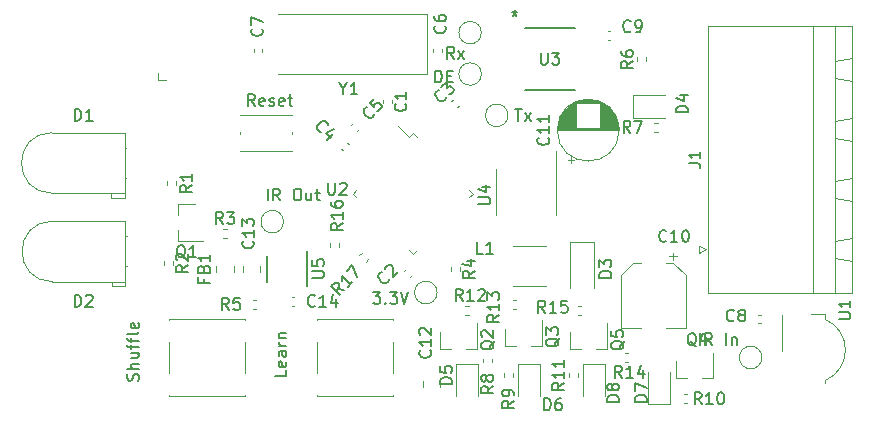
<source format=gbr>
%TF.GenerationSoftware,KiCad,Pcbnew,(5.1.5-0-10_14)*%
%TF.CreationDate,2022-05-02T16:57:52+02:00*%
%TF.ProjectId,PongoIR,506f6e67-6f49-4522-9e6b-696361645f70,rev?*%
%TF.SameCoordinates,Original*%
%TF.FileFunction,Legend,Top*%
%TF.FilePolarity,Positive*%
%FSLAX46Y46*%
G04 Gerber Fmt 4.6, Leading zero omitted, Abs format (unit mm)*
G04 Created by KiCad (PCBNEW (5.1.5-0-10_14)) date 2022-05-02 16:57:52*
%MOMM*%
%LPD*%
G04 APERTURE LIST*
%ADD10C,0.120000*%
%ADD11C,0.150000*%
%ADD12C,0.152400*%
G04 APERTURE END LIST*
D10*
%TO.C,Q1*%
X153740000Y-99220000D02*
X155200000Y-99220000D01*
X153740000Y-102380000D02*
X155900000Y-102380000D01*
X153740000Y-102380000D02*
X153740000Y-101450000D01*
X153740000Y-99220000D02*
X153740000Y-100150000D01*
%TO.C,R6*%
X193380000Y-87153641D02*
X193380000Y-86846359D01*
X192620000Y-87153641D02*
X192620000Y-86846359D01*
%TO.C,C3*%
X177580810Y-90928307D02*
X177428307Y-91080810D01*
X177071693Y-90419190D02*
X176919190Y-90571693D01*
%TO.C,R17*%
X169122659Y-103589940D02*
X169339940Y-103372659D01*
X169660060Y-104127341D02*
X169877341Y-103910060D01*
%TO.C,R16*%
X167380000Y-102596359D02*
X167380000Y-102903641D01*
X166620000Y-102596359D02*
X166620000Y-102903641D01*
D11*
%TO.C,U5*%
X161300000Y-105850000D02*
X161300000Y-103650000D01*
X164700000Y-106225000D02*
X164700000Y-103275000D01*
D10*
%TO.C,FB1*%
X157015000Y-104522936D02*
X157015000Y-104977064D01*
X158485000Y-104522936D02*
X158485000Y-104977064D01*
%TO.C,C14*%
X163607836Y-107140000D02*
X163392164Y-107140000D01*
X163607836Y-107860000D02*
X163392164Y-107860000D01*
%TO.C,C13*%
X159265000Y-104488748D02*
X159265000Y-105011252D01*
X160735000Y-104488748D02*
X160735000Y-105011252D01*
%TO.C,L1*%
X184886252Y-106210000D02*
X182113748Y-106210000D01*
X184886252Y-102790000D02*
X182113748Y-102790000D01*
%TO.C,D3*%
X189000000Y-102500000D02*
X187000000Y-102500000D01*
X187000000Y-102500000D02*
X187000000Y-106400000D01*
X189000000Y-102500000D02*
X189000000Y-106400000D01*
%TO.C,C11*%
X191120000Y-93000000D02*
G75*
G03X191120000Y-93000000I-2620000J0D01*
G01*
X185920000Y-93000000D02*
X191080000Y-93000000D01*
X185920000Y-92960000D02*
X191080000Y-92960000D01*
X185921000Y-92920000D02*
X191079000Y-92920000D01*
X185922000Y-92880000D02*
X191078000Y-92880000D01*
X185924000Y-92840000D02*
X191076000Y-92840000D01*
X185927000Y-92800000D02*
X191073000Y-92800000D01*
X185931000Y-92760000D02*
X187460000Y-92760000D01*
X189540000Y-92760000D02*
X191069000Y-92760000D01*
X185935000Y-92720000D02*
X187460000Y-92720000D01*
X189540000Y-92720000D02*
X191065000Y-92720000D01*
X185939000Y-92680000D02*
X187460000Y-92680000D01*
X189540000Y-92680000D02*
X191061000Y-92680000D01*
X185944000Y-92640000D02*
X187460000Y-92640000D01*
X189540000Y-92640000D02*
X191056000Y-92640000D01*
X185950000Y-92600000D02*
X187460000Y-92600000D01*
X189540000Y-92600000D02*
X191050000Y-92600000D01*
X185957000Y-92560000D02*
X187460000Y-92560000D01*
X189540000Y-92560000D02*
X191043000Y-92560000D01*
X185964000Y-92520000D02*
X187460000Y-92520000D01*
X189540000Y-92520000D02*
X191036000Y-92520000D01*
X185972000Y-92480000D02*
X187460000Y-92480000D01*
X189540000Y-92480000D02*
X191028000Y-92480000D01*
X185980000Y-92440000D02*
X187460000Y-92440000D01*
X189540000Y-92440000D02*
X191020000Y-92440000D01*
X185989000Y-92400000D02*
X187460000Y-92400000D01*
X189540000Y-92400000D02*
X191011000Y-92400000D01*
X185999000Y-92360000D02*
X187460000Y-92360000D01*
X189540000Y-92360000D02*
X191001000Y-92360000D01*
X186009000Y-92320000D02*
X187460000Y-92320000D01*
X189540000Y-92320000D02*
X190991000Y-92320000D01*
X186020000Y-92279000D02*
X187460000Y-92279000D01*
X189540000Y-92279000D02*
X190980000Y-92279000D01*
X186032000Y-92239000D02*
X187460000Y-92239000D01*
X189540000Y-92239000D02*
X190968000Y-92239000D01*
X186045000Y-92199000D02*
X187460000Y-92199000D01*
X189540000Y-92199000D02*
X190955000Y-92199000D01*
X186058000Y-92159000D02*
X187460000Y-92159000D01*
X189540000Y-92159000D02*
X190942000Y-92159000D01*
X186072000Y-92119000D02*
X187460000Y-92119000D01*
X189540000Y-92119000D02*
X190928000Y-92119000D01*
X186086000Y-92079000D02*
X187460000Y-92079000D01*
X189540000Y-92079000D02*
X190914000Y-92079000D01*
X186102000Y-92039000D02*
X187460000Y-92039000D01*
X189540000Y-92039000D02*
X190898000Y-92039000D01*
X186118000Y-91999000D02*
X187460000Y-91999000D01*
X189540000Y-91999000D02*
X190882000Y-91999000D01*
X186135000Y-91959000D02*
X187460000Y-91959000D01*
X189540000Y-91959000D02*
X190865000Y-91959000D01*
X186152000Y-91919000D02*
X187460000Y-91919000D01*
X189540000Y-91919000D02*
X190848000Y-91919000D01*
X186171000Y-91879000D02*
X187460000Y-91879000D01*
X189540000Y-91879000D02*
X190829000Y-91879000D01*
X186190000Y-91839000D02*
X187460000Y-91839000D01*
X189540000Y-91839000D02*
X190810000Y-91839000D01*
X186210000Y-91799000D02*
X187460000Y-91799000D01*
X189540000Y-91799000D02*
X190790000Y-91799000D01*
X186232000Y-91759000D02*
X187460000Y-91759000D01*
X189540000Y-91759000D02*
X190768000Y-91759000D01*
X186253000Y-91719000D02*
X187460000Y-91719000D01*
X189540000Y-91719000D02*
X190747000Y-91719000D01*
X186276000Y-91679000D02*
X187460000Y-91679000D01*
X189540000Y-91679000D02*
X190724000Y-91679000D01*
X186300000Y-91639000D02*
X187460000Y-91639000D01*
X189540000Y-91639000D02*
X190700000Y-91639000D01*
X186325000Y-91599000D02*
X187460000Y-91599000D01*
X189540000Y-91599000D02*
X190675000Y-91599000D01*
X186351000Y-91559000D02*
X187460000Y-91559000D01*
X189540000Y-91559000D02*
X190649000Y-91559000D01*
X186378000Y-91519000D02*
X187460000Y-91519000D01*
X189540000Y-91519000D02*
X190622000Y-91519000D01*
X186405000Y-91479000D02*
X187460000Y-91479000D01*
X189540000Y-91479000D02*
X190595000Y-91479000D01*
X186435000Y-91439000D02*
X187460000Y-91439000D01*
X189540000Y-91439000D02*
X190565000Y-91439000D01*
X186465000Y-91399000D02*
X187460000Y-91399000D01*
X189540000Y-91399000D02*
X190535000Y-91399000D01*
X186496000Y-91359000D02*
X187460000Y-91359000D01*
X189540000Y-91359000D02*
X190504000Y-91359000D01*
X186529000Y-91319000D02*
X187460000Y-91319000D01*
X189540000Y-91319000D02*
X190471000Y-91319000D01*
X186563000Y-91279000D02*
X187460000Y-91279000D01*
X189540000Y-91279000D02*
X190437000Y-91279000D01*
X186599000Y-91239000D02*
X187460000Y-91239000D01*
X189540000Y-91239000D02*
X190401000Y-91239000D01*
X186636000Y-91199000D02*
X187460000Y-91199000D01*
X189540000Y-91199000D02*
X190364000Y-91199000D01*
X186674000Y-91159000D02*
X187460000Y-91159000D01*
X189540000Y-91159000D02*
X190326000Y-91159000D01*
X186715000Y-91119000D02*
X187460000Y-91119000D01*
X189540000Y-91119000D02*
X190285000Y-91119000D01*
X186757000Y-91079000D02*
X187460000Y-91079000D01*
X189540000Y-91079000D02*
X190243000Y-91079000D01*
X186801000Y-91039000D02*
X187460000Y-91039000D01*
X189540000Y-91039000D02*
X190199000Y-91039000D01*
X186847000Y-90999000D02*
X187460000Y-90999000D01*
X189540000Y-90999000D02*
X190153000Y-90999000D01*
X186895000Y-90959000D02*
X187460000Y-90959000D01*
X189540000Y-90959000D02*
X190105000Y-90959000D01*
X186946000Y-90919000D02*
X187460000Y-90919000D01*
X189540000Y-90919000D02*
X190054000Y-90919000D01*
X187000000Y-90879000D02*
X187460000Y-90879000D01*
X189540000Y-90879000D02*
X190000000Y-90879000D01*
X187057000Y-90839000D02*
X187460000Y-90839000D01*
X189540000Y-90839000D02*
X189943000Y-90839000D01*
X187117000Y-90799000D02*
X187460000Y-90799000D01*
X189540000Y-90799000D02*
X189883000Y-90799000D01*
X187181000Y-90759000D02*
X187460000Y-90759000D01*
X189540000Y-90759000D02*
X189819000Y-90759000D01*
X187249000Y-90719000D02*
X187460000Y-90719000D01*
X189540000Y-90719000D02*
X189751000Y-90719000D01*
X187322000Y-90679000D02*
X189678000Y-90679000D01*
X187402000Y-90639000D02*
X189598000Y-90639000D01*
X187489000Y-90599000D02*
X189511000Y-90599000D01*
X187585000Y-90559000D02*
X189415000Y-90559000D01*
X187695000Y-90519000D02*
X189305000Y-90519000D01*
X187823000Y-90479000D02*
X189177000Y-90479000D01*
X187982000Y-90439000D02*
X189018000Y-90439000D01*
X188216000Y-90399000D02*
X188784000Y-90399000D01*
X187025000Y-95804775D02*
X187025000Y-95304775D01*
X186775000Y-95554775D02*
X187275000Y-95554775D01*
%TO.C,SW3*%
X153020000Y-115480000D02*
X153020000Y-115450000D01*
X153020000Y-109020000D02*
X153020000Y-109050000D01*
X159480000Y-109020000D02*
X159480000Y-109050000D01*
X159480000Y-115450000D02*
X159480000Y-115480000D01*
X153020000Y-113550000D02*
X153020000Y-110950000D01*
X159480000Y-115480000D02*
X153020000Y-115480000D01*
X159480000Y-113550000D02*
X159480000Y-110950000D01*
X159480000Y-109020000D02*
X153020000Y-109020000D01*
%TO.C,R5*%
X160403641Y-108130000D02*
X160096359Y-108130000D01*
X160403641Y-107370000D02*
X160096359Y-107370000D01*
%TO.C,D2*%
X149290000Y-100710000D02*
X143130000Y-100710000D01*
X149290000Y-105830000D02*
X143130000Y-105830000D01*
X149290000Y-100710000D02*
X149290000Y-105830000D01*
X149290000Y-106230000D02*
X148170000Y-106230000D01*
X148170000Y-106230000D02*
X148170000Y-105830000D01*
X148170000Y-105830000D02*
X149290000Y-105830000D01*
X149290000Y-105830000D02*
X149290000Y-106230000D01*
X149420000Y-102000000D02*
X149290000Y-102000000D01*
X149290000Y-102000000D02*
X149290000Y-102000000D01*
X149290000Y-102000000D02*
X149420000Y-102000000D01*
X149420000Y-102000000D02*
X149420000Y-102000000D01*
X149420000Y-104540000D02*
X149290000Y-104540000D01*
X149290000Y-104540000D02*
X149290000Y-104540000D01*
X149290000Y-104540000D02*
X149420000Y-104540000D01*
X149420000Y-104540000D02*
X149420000Y-104540000D01*
X143130000Y-105830000D02*
G75*
G02X143130000Y-100710000I0J2560000D01*
G01*
%TO.C,D1*%
X149240000Y-93210000D02*
X143080000Y-93210000D01*
X149240000Y-98330000D02*
X143080000Y-98330000D01*
X149240000Y-93210000D02*
X149240000Y-98330000D01*
X149240000Y-98730000D02*
X148120000Y-98730000D01*
X148120000Y-98730000D02*
X148120000Y-98330000D01*
X148120000Y-98330000D02*
X149240000Y-98330000D01*
X149240000Y-98330000D02*
X149240000Y-98730000D01*
X149370000Y-94500000D02*
X149240000Y-94500000D01*
X149240000Y-94500000D02*
X149240000Y-94500000D01*
X149240000Y-94500000D02*
X149370000Y-94500000D01*
X149370000Y-94500000D02*
X149370000Y-94500000D01*
X149370000Y-97040000D02*
X149240000Y-97040000D01*
X149240000Y-97040000D02*
X149240000Y-97040000D01*
X149240000Y-97040000D02*
X149370000Y-97040000D01*
X149370000Y-97040000D02*
X149370000Y-97040000D01*
X143080000Y-98330000D02*
G75*
G02X143080000Y-93210000I0J2560000D01*
G01*
%TO.C,Y1*%
X162228679Y-88282234D02*
X174828679Y-88282234D01*
X174828679Y-88282234D02*
X174828679Y-83182234D01*
X174828679Y-83182234D02*
X162228679Y-83182234D01*
%TO.C,U4*%
X180690000Y-98250000D02*
X180690000Y-100200000D01*
X180690000Y-98250000D02*
X180690000Y-96300000D01*
X185810000Y-98250000D02*
X185810000Y-100200000D01*
X185810000Y-98250000D02*
X185810000Y-94800000D01*
%TO.C,U1*%
X208550000Y-108550000D02*
X207350000Y-108550000D01*
X208550000Y-108550000D02*
X208550000Y-109010000D01*
X204890000Y-108630000D02*
X204890000Y-111710000D01*
X208550000Y-114210000D02*
X208550000Y-114430000D01*
X208550000Y-114210000D02*
G75*
G03X208550000Y-109010000I-1100000J2600000D01*
G01*
D12*
%TO.C,U3*%
X183129100Y-89628900D02*
X187370900Y-89628900D01*
X187370900Y-84371100D02*
X183129100Y-84371100D01*
D10*
%TO.C,U2*%
X173340812Y-103170996D02*
X173659010Y-103489194D01*
X173659010Y-103489194D02*
X173977208Y-103170996D01*
X168871897Y-98702081D02*
X168553699Y-98383883D01*
X168553699Y-98383883D02*
X168871897Y-98065685D01*
X178446123Y-98065685D02*
X178764321Y-98383883D01*
X178764321Y-98383883D02*
X178446123Y-98702081D01*
X173977208Y-93596770D02*
X173659010Y-93278572D01*
X173659010Y-93278572D02*
X173340812Y-93596770D01*
X173340812Y-93596770D02*
X172428644Y-92684602D01*
%TO.C,TP6*%
X175700000Y-106750000D02*
G75*
G03X175700000Y-106750000I-950000J0D01*
G01*
%TO.C,TP3*%
X179450000Y-88250000D02*
G75*
G03X179450000Y-88250000I-950000J0D01*
G01*
%TO.C,TP5*%
X179450000Y-84750000D02*
G75*
G03X179450000Y-84750000I-950000J0D01*
G01*
%TO.C,TP4*%
X181700000Y-91750000D02*
G75*
G03X181700000Y-91750000I-950000J0D01*
G01*
%TO.C,TP2*%
X162700000Y-100750000D02*
G75*
G03X162700000Y-100750000I-950000J0D01*
G01*
%TO.C,TP1*%
X203200000Y-112250000D02*
G75*
G03X203200000Y-112250000I-950000J0D01*
G01*
%TO.C,SW2*%
X171980000Y-109020000D02*
X171980000Y-109050000D01*
X171980000Y-115480000D02*
X171980000Y-115450000D01*
X165520000Y-115480000D02*
X165520000Y-115450000D01*
X165520000Y-109050000D02*
X165520000Y-109020000D01*
X171980000Y-110950000D02*
X171980000Y-113550000D01*
X165520000Y-109020000D02*
X171980000Y-109020000D01*
X165520000Y-110950000D02*
X165520000Y-113550000D01*
X165520000Y-115480000D02*
X171980000Y-115480000D01*
%TO.C,SW1*%
X159050000Y-93200000D02*
X159050000Y-93300000D01*
X163450000Y-91700000D02*
X159050000Y-91700000D01*
X159050000Y-94800000D02*
X163450000Y-94800000D01*
X163450000Y-93200000D02*
X163450000Y-93300000D01*
%TO.C,R15*%
X187903641Y-108630000D02*
X187596359Y-108630000D01*
X187903641Y-107870000D02*
X187596359Y-107870000D01*
%TO.C,R14*%
X191903641Y-112630000D02*
X191596359Y-112630000D01*
X191903641Y-111870000D02*
X191596359Y-111870000D01*
%TO.C,R13*%
X182403641Y-108130000D02*
X182096359Y-108130000D01*
X182403641Y-107370000D02*
X182096359Y-107370000D01*
%TO.C,R12*%
X178403641Y-108630000D02*
X178096359Y-108630000D01*
X178403641Y-107870000D02*
X178096359Y-107870000D01*
%TO.C,R11*%
X186870000Y-113903641D02*
X186870000Y-113596359D01*
X187630000Y-113903641D02*
X187630000Y-113596359D01*
%TO.C,R10*%
X196596359Y-115370000D02*
X196903641Y-115370000D01*
X196596359Y-116130000D02*
X196903641Y-116130000D01*
%TO.C,R9*%
X181370000Y-113903641D02*
X181370000Y-113596359D01*
X182130000Y-113903641D02*
X182130000Y-113596359D01*
%TO.C,R8*%
X179620000Y-112663641D02*
X179620000Y-112356359D01*
X180380000Y-112663641D02*
X180380000Y-112356359D01*
%TO.C,R7*%
X194096359Y-92370000D02*
X194403641Y-92370000D01*
X194096359Y-93130000D02*
X194403641Y-93130000D01*
%TO.C,R4*%
X177630000Y-104596359D02*
X177630000Y-104903641D01*
X176870000Y-104596359D02*
X176870000Y-104903641D01*
%TO.C,R3*%
X157903641Y-102130000D02*
X157596359Y-102130000D01*
X157903641Y-101370000D02*
X157596359Y-101370000D01*
%TO.C,R2*%
X153380000Y-104096359D02*
X153380000Y-104403641D01*
X152620000Y-104096359D02*
X152620000Y-104403641D01*
%TO.C,R1*%
X152870000Y-97653641D02*
X152870000Y-97346359D01*
X153630000Y-97653641D02*
X153630000Y-97346359D01*
%TO.C,Q5*%
X186920000Y-111510000D02*
X187850000Y-111510000D01*
X190080000Y-111510000D02*
X189150000Y-111510000D01*
X190080000Y-111510000D02*
X190080000Y-109350000D01*
X186920000Y-111510000D02*
X186920000Y-110050000D01*
%TO.C,Q4*%
X195920000Y-114010000D02*
X196850000Y-114010000D01*
X199080000Y-114010000D02*
X198150000Y-114010000D01*
X199080000Y-114010000D02*
X199080000Y-111850000D01*
X195920000Y-114010000D02*
X195920000Y-112550000D01*
%TO.C,Q3*%
X181420000Y-111260000D02*
X182350000Y-111260000D01*
X184580000Y-111260000D02*
X183650000Y-111260000D01*
X184580000Y-111260000D02*
X184580000Y-109100000D01*
X181420000Y-111260000D02*
X181420000Y-109800000D01*
%TO.C,Q2*%
X175920000Y-111510000D02*
X176850000Y-111510000D01*
X179080000Y-111510000D02*
X178150000Y-111510000D01*
X179080000Y-111510000D02*
X179080000Y-109350000D01*
X175920000Y-111510000D02*
X175920000Y-110050000D01*
%TO.C,J1*%
X198640000Y-106750000D02*
X210860000Y-106750000D01*
X210860000Y-106750000D02*
X210860000Y-84210000D01*
X210860000Y-84210000D02*
X198640000Y-84210000D01*
X198640000Y-84210000D02*
X198640000Y-106750000D01*
X209360000Y-106750000D02*
X207560000Y-106750000D01*
X207560000Y-106750000D02*
X207560000Y-84210000D01*
X207560000Y-84210000D02*
X209360000Y-84210000D01*
X209360000Y-84210000D02*
X209360000Y-106750000D01*
X210860000Y-104100000D02*
X210860000Y-102100000D01*
X210860000Y-102100000D02*
X209360000Y-102350000D01*
X209360000Y-102350000D02*
X209360000Y-103850000D01*
X209360000Y-103850000D02*
X210860000Y-104100000D01*
X210860000Y-99020000D02*
X210860000Y-97020000D01*
X210860000Y-97020000D02*
X209360000Y-97270000D01*
X209360000Y-97270000D02*
X209360000Y-98770000D01*
X209360000Y-98770000D02*
X210860000Y-99020000D01*
X210860000Y-93940000D02*
X210860000Y-91940000D01*
X210860000Y-91940000D02*
X209360000Y-92190000D01*
X209360000Y-92190000D02*
X209360000Y-93690000D01*
X209360000Y-93690000D02*
X210860000Y-93940000D01*
X210860000Y-88860000D02*
X210860000Y-86860000D01*
X210860000Y-86860000D02*
X209360000Y-87110000D01*
X209360000Y-87110000D02*
X209360000Y-88610000D01*
X209360000Y-88610000D02*
X210860000Y-88860000D01*
X197840000Y-102800000D02*
X198440000Y-103100000D01*
X198440000Y-103100000D02*
X197840000Y-103400000D01*
X197840000Y-103400000D02*
X197840000Y-102800000D01*
%TO.C,J2*%
X152095000Y-88770000D02*
X152095000Y-88135000D01*
X152730000Y-88770000D02*
X152095000Y-88770000D01*
%TO.C,D8*%
X189960000Y-115500000D02*
X189960000Y-112815000D01*
X189960000Y-112815000D02*
X188040000Y-112815000D01*
X188040000Y-112815000D02*
X188040000Y-115500000D01*
%TO.C,D7*%
X193540000Y-113500000D02*
X193540000Y-116185000D01*
X193540000Y-116185000D02*
X195460000Y-116185000D01*
X195460000Y-116185000D02*
X195460000Y-113500000D01*
%TO.C,D6*%
X184460000Y-115500000D02*
X184460000Y-112815000D01*
X184460000Y-112815000D02*
X182540000Y-112815000D01*
X182540000Y-112815000D02*
X182540000Y-115500000D01*
%TO.C,D5*%
X179210000Y-115500000D02*
X179210000Y-112815000D01*
X179210000Y-112815000D02*
X177290000Y-112815000D01*
X177290000Y-112815000D02*
X177290000Y-115500000D01*
%TO.C,D4*%
X195000000Y-90040000D02*
X192315000Y-90040000D01*
X192315000Y-90040000D02*
X192315000Y-91960000D01*
X192315000Y-91960000D02*
X195000000Y-91960000D01*
%TO.C,C12*%
X174515000Y-114761252D02*
X174515000Y-114238748D01*
X175985000Y-114761252D02*
X175985000Y-114238748D01*
%TO.C,C10*%
X191240000Y-109760000D02*
X192940000Y-109760000D01*
X196760000Y-109760000D02*
X195060000Y-109760000D01*
X196760000Y-105304437D02*
X196760000Y-109760000D01*
X191240000Y-105304437D02*
X191240000Y-109760000D01*
X192304437Y-104240000D02*
X192940000Y-104240000D01*
X195695563Y-104240000D02*
X195060000Y-104240000D01*
X195695563Y-104240000D02*
X196760000Y-105304437D01*
X192304437Y-104240000D02*
X191240000Y-105304437D01*
X195685000Y-103375000D02*
X195685000Y-104000000D01*
X195997500Y-103687500D02*
X195372500Y-103687500D01*
%TO.C,C8*%
X203107836Y-109360000D02*
X202892164Y-109360000D01*
X203107836Y-108640000D02*
X202892164Y-108640000D01*
%TO.C,C9*%
X190357836Y-85360000D02*
X190142164Y-85360000D01*
X190357836Y-84640000D02*
X190142164Y-84640000D01*
%TO.C,C7*%
X160887281Y-86154728D02*
X160887281Y-86370400D01*
X160167281Y-86154728D02*
X160167281Y-86370400D01*
%TO.C,C6*%
X176110000Y-86142164D02*
X176110000Y-86357836D01*
X175390000Y-86142164D02*
X175390000Y-86357836D01*
%TO.C,C5*%
X168419190Y-92571693D02*
X168571693Y-92419190D01*
X168928307Y-93080810D02*
X169080810Y-92928307D01*
%TO.C,C4*%
X168087317Y-94053073D02*
X168239820Y-94205576D01*
X167578200Y-94562190D02*
X167730703Y-94714693D01*
%TO.C,C2*%
X172919190Y-104911104D02*
X173071693Y-104758601D01*
X173428307Y-105420221D02*
X173580810Y-105267718D01*
%TO.C,C1*%
X171860000Y-90481575D02*
X171860000Y-90697247D01*
X171140000Y-90481575D02*
X171140000Y-90697247D01*
%TO.C,Q1*%
D11*
X154404761Y-103847619D02*
X154309523Y-103800000D01*
X154214285Y-103704761D01*
X154071428Y-103561904D01*
X153976190Y-103514285D01*
X153880952Y-103514285D01*
X153928571Y-103752380D02*
X153833333Y-103704761D01*
X153738095Y-103609523D01*
X153690476Y-103419047D01*
X153690476Y-103085714D01*
X153738095Y-102895238D01*
X153833333Y-102800000D01*
X153928571Y-102752380D01*
X154119047Y-102752380D01*
X154214285Y-102800000D01*
X154309523Y-102895238D01*
X154357142Y-103085714D01*
X154357142Y-103419047D01*
X154309523Y-103609523D01*
X154214285Y-103704761D01*
X154119047Y-103752380D01*
X153928571Y-103752380D01*
X155309523Y-103752380D02*
X154738095Y-103752380D01*
X155023809Y-103752380D02*
X155023809Y-102752380D01*
X154928571Y-102895238D01*
X154833333Y-102990476D01*
X154738095Y-103038095D01*
%TO.C,R6*%
X192282380Y-87166666D02*
X191806190Y-87500000D01*
X192282380Y-87738095D02*
X191282380Y-87738095D01*
X191282380Y-87357142D01*
X191330000Y-87261904D01*
X191377619Y-87214285D01*
X191472857Y-87166666D01*
X191615714Y-87166666D01*
X191710952Y-87214285D01*
X191758571Y-87261904D01*
X191806190Y-87357142D01*
X191806190Y-87738095D01*
X191282380Y-86309523D02*
X191282380Y-86500000D01*
X191330000Y-86595238D01*
X191377619Y-86642857D01*
X191520476Y-86738095D01*
X191710952Y-86785714D01*
X192091904Y-86785714D01*
X192187142Y-86738095D01*
X192234761Y-86690476D01*
X192282380Y-86595238D01*
X192282380Y-86404761D01*
X192234761Y-86309523D01*
X192187142Y-86261904D01*
X192091904Y-86214285D01*
X191853809Y-86214285D01*
X191758571Y-86261904D01*
X191710952Y-86309523D01*
X191663333Y-86404761D01*
X191663333Y-86595238D01*
X191710952Y-86690476D01*
X191758571Y-86738095D01*
X191853809Y-86785714D01*
%TO.C,C3*%
X176475678Y-90216505D02*
X176475678Y-90283848D01*
X176408334Y-90418535D01*
X176340991Y-90485879D01*
X176206303Y-90553222D01*
X176071616Y-90553222D01*
X175970601Y-90519551D01*
X175802242Y-90418535D01*
X175701227Y-90317520D01*
X175600212Y-90149161D01*
X175566540Y-90048146D01*
X175566540Y-89913459D01*
X175633884Y-89778772D01*
X175701227Y-89711428D01*
X175835914Y-89644085D01*
X175903258Y-89644085D01*
X176071616Y-89341039D02*
X176509349Y-88903306D01*
X176543021Y-89408383D01*
X176644036Y-89307367D01*
X176745052Y-89273696D01*
X176812395Y-89273696D01*
X176913410Y-89307367D01*
X177081769Y-89475726D01*
X177115441Y-89576741D01*
X177115441Y-89644085D01*
X177081769Y-89745100D01*
X176879739Y-89947131D01*
X176778723Y-89980803D01*
X176711380Y-89980803D01*
%TO.C,R17*%
X167865312Y-106524450D02*
X167292893Y-106423435D01*
X167461251Y-106928511D02*
X166754145Y-106221404D01*
X167023519Y-105952030D01*
X167124534Y-105918358D01*
X167191877Y-105918358D01*
X167292893Y-105952030D01*
X167393908Y-106053045D01*
X167427580Y-106154061D01*
X167427580Y-106221404D01*
X167393908Y-106322419D01*
X167124534Y-106591793D01*
X168538748Y-105851015D02*
X168134687Y-106255076D01*
X168336717Y-106053045D02*
X167629610Y-105345938D01*
X167663282Y-105514297D01*
X167663282Y-105648984D01*
X167629610Y-105750000D01*
X168067343Y-104908206D02*
X168538748Y-104436801D01*
X168942809Y-105446954D01*
%TO.C,R16*%
X167702380Y-100892857D02*
X167226190Y-101226190D01*
X167702380Y-101464285D02*
X166702380Y-101464285D01*
X166702380Y-101083333D01*
X166750000Y-100988095D01*
X166797619Y-100940476D01*
X166892857Y-100892857D01*
X167035714Y-100892857D01*
X167130952Y-100940476D01*
X167178571Y-100988095D01*
X167226190Y-101083333D01*
X167226190Y-101464285D01*
X167702380Y-99940476D02*
X167702380Y-100511904D01*
X167702380Y-100226190D02*
X166702380Y-100226190D01*
X166845238Y-100321428D01*
X166940476Y-100416666D01*
X166988095Y-100511904D01*
X166702380Y-99083333D02*
X166702380Y-99273809D01*
X166750000Y-99369047D01*
X166797619Y-99416666D01*
X166940476Y-99511904D01*
X167130952Y-99559523D01*
X167511904Y-99559523D01*
X167607142Y-99511904D01*
X167654761Y-99464285D01*
X167702380Y-99369047D01*
X167702380Y-99178571D01*
X167654761Y-99083333D01*
X167607142Y-99035714D01*
X167511904Y-98988095D01*
X167273809Y-98988095D01*
X167178571Y-99035714D01*
X167130952Y-99083333D01*
X167083333Y-99178571D01*
X167083333Y-99369047D01*
X167130952Y-99464285D01*
X167178571Y-99511904D01*
X167273809Y-99559523D01*
%TO.C,U5*%
X165122380Y-105511904D02*
X165931904Y-105511904D01*
X166027142Y-105464285D01*
X166074761Y-105416666D01*
X166122380Y-105321428D01*
X166122380Y-105130952D01*
X166074761Y-105035714D01*
X166027142Y-104988095D01*
X165931904Y-104940476D01*
X165122380Y-104940476D01*
X165122380Y-103988095D02*
X165122380Y-104464285D01*
X165598571Y-104511904D01*
X165550952Y-104464285D01*
X165503333Y-104369047D01*
X165503333Y-104130952D01*
X165550952Y-104035714D01*
X165598571Y-103988095D01*
X165693809Y-103940476D01*
X165931904Y-103940476D01*
X166027142Y-103988095D01*
X166074761Y-104035714D01*
X166122380Y-104130952D01*
X166122380Y-104369047D01*
X166074761Y-104464285D01*
X166027142Y-104511904D01*
%TO.C,FB1*%
X155928571Y-105583333D02*
X155928571Y-105916666D01*
X156452380Y-105916666D02*
X155452380Y-105916666D01*
X155452380Y-105440476D01*
X155928571Y-104726190D02*
X155976190Y-104583333D01*
X156023809Y-104535714D01*
X156119047Y-104488095D01*
X156261904Y-104488095D01*
X156357142Y-104535714D01*
X156404761Y-104583333D01*
X156452380Y-104678571D01*
X156452380Y-105059523D01*
X155452380Y-105059523D01*
X155452380Y-104726190D01*
X155500000Y-104630952D01*
X155547619Y-104583333D01*
X155642857Y-104535714D01*
X155738095Y-104535714D01*
X155833333Y-104583333D01*
X155880952Y-104630952D01*
X155928571Y-104726190D01*
X155928571Y-105059523D01*
X156452380Y-103535714D02*
X156452380Y-104107142D01*
X156452380Y-103821428D02*
X155452380Y-103821428D01*
X155595238Y-103916666D01*
X155690476Y-104011904D01*
X155738095Y-104107142D01*
%TO.C,C14*%
X165357142Y-107857142D02*
X165309523Y-107904761D01*
X165166666Y-107952380D01*
X165071428Y-107952380D01*
X164928571Y-107904761D01*
X164833333Y-107809523D01*
X164785714Y-107714285D01*
X164738095Y-107523809D01*
X164738095Y-107380952D01*
X164785714Y-107190476D01*
X164833333Y-107095238D01*
X164928571Y-107000000D01*
X165071428Y-106952380D01*
X165166666Y-106952380D01*
X165309523Y-107000000D01*
X165357142Y-107047619D01*
X166309523Y-107952380D02*
X165738095Y-107952380D01*
X166023809Y-107952380D02*
X166023809Y-106952380D01*
X165928571Y-107095238D01*
X165833333Y-107190476D01*
X165738095Y-107238095D01*
X167166666Y-107285714D02*
X167166666Y-107952380D01*
X166928571Y-106904761D02*
X166690476Y-107619047D01*
X167309523Y-107619047D01*
%TO.C,C13*%
X160107142Y-102392857D02*
X160154761Y-102440476D01*
X160202380Y-102583333D01*
X160202380Y-102678571D01*
X160154761Y-102821428D01*
X160059523Y-102916666D01*
X159964285Y-102964285D01*
X159773809Y-103011904D01*
X159630952Y-103011904D01*
X159440476Y-102964285D01*
X159345238Y-102916666D01*
X159250000Y-102821428D01*
X159202380Y-102678571D01*
X159202380Y-102583333D01*
X159250000Y-102440476D01*
X159297619Y-102392857D01*
X160202380Y-101440476D02*
X160202380Y-102011904D01*
X160202380Y-101726190D02*
X159202380Y-101726190D01*
X159345238Y-101821428D01*
X159440476Y-101916666D01*
X159488095Y-102011904D01*
X159202380Y-101107142D02*
X159202380Y-100488095D01*
X159583333Y-100821428D01*
X159583333Y-100678571D01*
X159630952Y-100583333D01*
X159678571Y-100535714D01*
X159773809Y-100488095D01*
X160011904Y-100488095D01*
X160107142Y-100535714D01*
X160154761Y-100583333D01*
X160202380Y-100678571D01*
X160202380Y-100964285D01*
X160154761Y-101059523D01*
X160107142Y-101107142D01*
%TO.C,L1*%
X179583333Y-103452380D02*
X179107142Y-103452380D01*
X179107142Y-102452380D01*
X180440476Y-103452380D02*
X179869047Y-103452380D01*
X180154761Y-103452380D02*
X180154761Y-102452380D01*
X180059523Y-102595238D01*
X179964285Y-102690476D01*
X179869047Y-102738095D01*
%TO.C,D3*%
X190452380Y-105488095D02*
X189452380Y-105488095D01*
X189452380Y-105250000D01*
X189500000Y-105107142D01*
X189595238Y-105011904D01*
X189690476Y-104964285D01*
X189880952Y-104916666D01*
X190023809Y-104916666D01*
X190214285Y-104964285D01*
X190309523Y-105011904D01*
X190404761Y-105107142D01*
X190452380Y-105250000D01*
X190452380Y-105488095D01*
X189452380Y-104583333D02*
X189452380Y-103964285D01*
X189833333Y-104297619D01*
X189833333Y-104154761D01*
X189880952Y-104059523D01*
X189928571Y-104011904D01*
X190023809Y-103964285D01*
X190261904Y-103964285D01*
X190357142Y-104011904D01*
X190404761Y-104059523D01*
X190452380Y-104154761D01*
X190452380Y-104440476D01*
X190404761Y-104535714D01*
X190357142Y-104583333D01*
%TO.C,C11*%
X185107142Y-93642857D02*
X185154761Y-93690476D01*
X185202380Y-93833333D01*
X185202380Y-93928571D01*
X185154761Y-94071428D01*
X185059523Y-94166666D01*
X184964285Y-94214285D01*
X184773809Y-94261904D01*
X184630952Y-94261904D01*
X184440476Y-94214285D01*
X184345238Y-94166666D01*
X184250000Y-94071428D01*
X184202380Y-93928571D01*
X184202380Y-93833333D01*
X184250000Y-93690476D01*
X184297619Y-93642857D01*
X185202380Y-92690476D02*
X185202380Y-93261904D01*
X185202380Y-92976190D02*
X184202380Y-92976190D01*
X184345238Y-93071428D01*
X184440476Y-93166666D01*
X184488095Y-93261904D01*
X185202380Y-91738095D02*
X185202380Y-92309523D01*
X185202380Y-92023809D02*
X184202380Y-92023809D01*
X184345238Y-92119047D01*
X184440476Y-92214285D01*
X184488095Y-92309523D01*
%TO.C,SW3*%
X150404761Y-114202380D02*
X150452380Y-114059523D01*
X150452380Y-113821428D01*
X150404761Y-113726190D01*
X150357142Y-113678571D01*
X150261904Y-113630952D01*
X150166666Y-113630952D01*
X150071428Y-113678571D01*
X150023809Y-113726190D01*
X149976190Y-113821428D01*
X149928571Y-114011904D01*
X149880952Y-114107142D01*
X149833333Y-114154761D01*
X149738095Y-114202380D01*
X149642857Y-114202380D01*
X149547619Y-114154761D01*
X149500000Y-114107142D01*
X149452380Y-114011904D01*
X149452380Y-113773809D01*
X149500000Y-113630952D01*
X150452380Y-113202380D02*
X149452380Y-113202380D01*
X150452380Y-112773809D02*
X149928571Y-112773809D01*
X149833333Y-112821428D01*
X149785714Y-112916666D01*
X149785714Y-113059523D01*
X149833333Y-113154761D01*
X149880952Y-113202380D01*
X149785714Y-111869047D02*
X150452380Y-111869047D01*
X149785714Y-112297619D02*
X150309523Y-112297619D01*
X150404761Y-112250000D01*
X150452380Y-112154761D01*
X150452380Y-112011904D01*
X150404761Y-111916666D01*
X150357142Y-111869047D01*
X149785714Y-111535714D02*
X149785714Y-111154761D01*
X150452380Y-111392857D02*
X149595238Y-111392857D01*
X149500000Y-111345238D01*
X149452380Y-111250000D01*
X149452380Y-111154761D01*
X149785714Y-110964285D02*
X149785714Y-110583333D01*
X150452380Y-110821428D02*
X149595238Y-110821428D01*
X149500000Y-110773809D01*
X149452380Y-110678571D01*
X149452380Y-110583333D01*
X150452380Y-110107142D02*
X150404761Y-110202380D01*
X150309523Y-110250000D01*
X149452380Y-110250000D01*
X150404761Y-109345238D02*
X150452380Y-109440476D01*
X150452380Y-109630952D01*
X150404761Y-109726190D01*
X150309523Y-109773809D01*
X149928571Y-109773809D01*
X149833333Y-109726190D01*
X149785714Y-109630952D01*
X149785714Y-109440476D01*
X149833333Y-109345238D01*
X149928571Y-109297619D01*
X150023809Y-109297619D01*
X150119047Y-109773809D01*
%TO.C,R5*%
X158083333Y-108202380D02*
X157750000Y-107726190D01*
X157511904Y-108202380D02*
X157511904Y-107202380D01*
X157892857Y-107202380D01*
X157988095Y-107250000D01*
X158035714Y-107297619D01*
X158083333Y-107392857D01*
X158083333Y-107535714D01*
X158035714Y-107630952D01*
X157988095Y-107678571D01*
X157892857Y-107726190D01*
X157511904Y-107726190D01*
X158988095Y-107202380D02*
X158511904Y-107202380D01*
X158464285Y-107678571D01*
X158511904Y-107630952D01*
X158607142Y-107583333D01*
X158845238Y-107583333D01*
X158940476Y-107630952D01*
X158988095Y-107678571D01*
X159035714Y-107773809D01*
X159035714Y-108011904D01*
X158988095Y-108107142D01*
X158940476Y-108154761D01*
X158845238Y-108202380D01*
X158607142Y-108202380D01*
X158511904Y-108154761D01*
X158464285Y-108107142D01*
%TO.C,D2*%
X145011904Y-107952380D02*
X145011904Y-106952380D01*
X145250000Y-106952380D01*
X145392857Y-107000000D01*
X145488095Y-107095238D01*
X145535714Y-107190476D01*
X145583333Y-107380952D01*
X145583333Y-107523809D01*
X145535714Y-107714285D01*
X145488095Y-107809523D01*
X145392857Y-107904761D01*
X145250000Y-107952380D01*
X145011904Y-107952380D01*
X145964285Y-107047619D02*
X146011904Y-107000000D01*
X146107142Y-106952380D01*
X146345238Y-106952380D01*
X146440476Y-107000000D01*
X146488095Y-107047619D01*
X146535714Y-107142857D01*
X146535714Y-107238095D01*
X146488095Y-107380952D01*
X145916666Y-107952380D01*
X146535714Y-107952380D01*
%TO.C,D1*%
X145011904Y-92202380D02*
X145011904Y-91202380D01*
X145250000Y-91202380D01*
X145392857Y-91250000D01*
X145488095Y-91345238D01*
X145535714Y-91440476D01*
X145583333Y-91630952D01*
X145583333Y-91773809D01*
X145535714Y-91964285D01*
X145488095Y-92059523D01*
X145392857Y-92154761D01*
X145250000Y-92202380D01*
X145011904Y-92202380D01*
X146535714Y-92202380D02*
X145964285Y-92202380D01*
X146250000Y-92202380D02*
X146250000Y-91202380D01*
X146154761Y-91345238D01*
X146059523Y-91440476D01*
X145964285Y-91488095D01*
%TO.C,Y1*%
X167773809Y-89476190D02*
X167773809Y-89952380D01*
X167440476Y-88952380D02*
X167773809Y-89476190D01*
X168107142Y-88952380D01*
X168964285Y-89952380D02*
X168392857Y-89952380D01*
X168678571Y-89952380D02*
X168678571Y-88952380D01*
X168583333Y-89095238D01*
X168488095Y-89190476D01*
X168392857Y-89238095D01*
%TO.C,U4*%
X179202380Y-99261904D02*
X180011904Y-99261904D01*
X180107142Y-99214285D01*
X180154761Y-99166666D01*
X180202380Y-99071428D01*
X180202380Y-98880952D01*
X180154761Y-98785714D01*
X180107142Y-98738095D01*
X180011904Y-98690476D01*
X179202380Y-98690476D01*
X179535714Y-97785714D02*
X180202380Y-97785714D01*
X179154761Y-98023809D02*
X179869047Y-98261904D01*
X179869047Y-97642857D01*
%TO.C,U1*%
X209702380Y-109011904D02*
X210511904Y-109011904D01*
X210607142Y-108964285D01*
X210654761Y-108916666D01*
X210702380Y-108821428D01*
X210702380Y-108630952D01*
X210654761Y-108535714D01*
X210607142Y-108488095D01*
X210511904Y-108440476D01*
X209702380Y-108440476D01*
X210702380Y-107440476D02*
X210702380Y-108011904D01*
X210702380Y-107726190D02*
X209702380Y-107726190D01*
X209845238Y-107821428D01*
X209940476Y-107916666D01*
X209988095Y-108011904D01*
%TO.C,U3*%
X184488095Y-86452380D02*
X184488095Y-87261904D01*
X184535714Y-87357142D01*
X184583333Y-87404761D01*
X184678571Y-87452380D01*
X184869047Y-87452380D01*
X184964285Y-87404761D01*
X185011904Y-87357142D01*
X185059523Y-87261904D01*
X185059523Y-86452380D01*
X185440476Y-86452380D02*
X186059523Y-86452380D01*
X185726190Y-86833333D01*
X185869047Y-86833333D01*
X185964285Y-86880952D01*
X186011904Y-86928571D01*
X186059523Y-87023809D01*
X186059523Y-87261904D01*
X186011904Y-87357142D01*
X185964285Y-87404761D01*
X185869047Y-87452380D01*
X185583333Y-87452380D01*
X185488095Y-87404761D01*
X185440476Y-87357142D01*
X182271850Y-82870980D02*
X182271850Y-83109076D01*
X182033754Y-83013838D02*
X182271850Y-83109076D01*
X182509945Y-83013838D01*
X182128992Y-83299552D02*
X182271850Y-83109076D01*
X182414707Y-83299552D01*
X182271850Y-82870980D02*
X182271850Y-83109076D01*
X182033754Y-83013838D02*
X182271850Y-83109076D01*
X182509945Y-83013838D01*
X182128992Y-83299552D02*
X182271850Y-83109076D01*
X182414707Y-83299552D01*
%TO.C,U2*%
X166488095Y-97452380D02*
X166488095Y-98261904D01*
X166535714Y-98357142D01*
X166583333Y-98404761D01*
X166678571Y-98452380D01*
X166869047Y-98452380D01*
X166964285Y-98404761D01*
X167011904Y-98357142D01*
X167059523Y-98261904D01*
X167059523Y-97452380D01*
X167488095Y-97547619D02*
X167535714Y-97500000D01*
X167630952Y-97452380D01*
X167869047Y-97452380D01*
X167964285Y-97500000D01*
X168011904Y-97547619D01*
X168059523Y-97642857D01*
X168059523Y-97738095D01*
X168011904Y-97880952D01*
X167440476Y-98452380D01*
X168059523Y-98452380D01*
%TO.C,TP6*%
X170273809Y-106702380D02*
X170892857Y-106702380D01*
X170559523Y-107083333D01*
X170702380Y-107083333D01*
X170797619Y-107130952D01*
X170845238Y-107178571D01*
X170892857Y-107273809D01*
X170892857Y-107511904D01*
X170845238Y-107607142D01*
X170797619Y-107654761D01*
X170702380Y-107702380D01*
X170416666Y-107702380D01*
X170321428Y-107654761D01*
X170273809Y-107607142D01*
X171321428Y-107607142D02*
X171369047Y-107654761D01*
X171321428Y-107702380D01*
X171273809Y-107654761D01*
X171321428Y-107607142D01*
X171321428Y-107702380D01*
X171702380Y-106702380D02*
X172321428Y-106702380D01*
X171988095Y-107083333D01*
X172130952Y-107083333D01*
X172226190Y-107130952D01*
X172273809Y-107178571D01*
X172321428Y-107273809D01*
X172321428Y-107511904D01*
X172273809Y-107607142D01*
X172226190Y-107654761D01*
X172130952Y-107702380D01*
X171845238Y-107702380D01*
X171750000Y-107654761D01*
X171702380Y-107607142D01*
X172607142Y-106702380D02*
X172940476Y-107702380D01*
X173273809Y-106702380D01*
%TO.C,TP3*%
X175535714Y-88952380D02*
X175535714Y-87952380D01*
X175773809Y-87952380D01*
X175916666Y-88000000D01*
X176011904Y-88095238D01*
X176059523Y-88190476D01*
X176107142Y-88380952D01*
X176107142Y-88523809D01*
X176059523Y-88714285D01*
X176011904Y-88809523D01*
X175916666Y-88904761D01*
X175773809Y-88952380D01*
X175535714Y-88952380D01*
X176535714Y-88428571D02*
X176869047Y-88428571D01*
X177011904Y-88952380D02*
X176535714Y-88952380D01*
X176535714Y-87952380D01*
X177011904Y-87952380D01*
%TO.C,TP5*%
X177154761Y-86952380D02*
X176821428Y-86476190D01*
X176583333Y-86952380D02*
X176583333Y-85952380D01*
X176964285Y-85952380D01*
X177059523Y-86000000D01*
X177107142Y-86047619D01*
X177154761Y-86142857D01*
X177154761Y-86285714D01*
X177107142Y-86380952D01*
X177059523Y-86428571D01*
X176964285Y-86476190D01*
X176583333Y-86476190D01*
X177488095Y-86952380D02*
X178011904Y-86285714D01*
X177488095Y-86285714D02*
X178011904Y-86952380D01*
%TO.C,TP4*%
X182309523Y-91202380D02*
X182880952Y-91202380D01*
X182595238Y-92202380D02*
X182595238Y-91202380D01*
X183119047Y-92202380D02*
X183642857Y-91535714D01*
X183119047Y-91535714D02*
X183642857Y-92202380D01*
%TO.C,TP2*%
X161357142Y-98952380D02*
X161357142Y-97952380D01*
X162404761Y-98952380D02*
X162071428Y-98476190D01*
X161833333Y-98952380D02*
X161833333Y-97952380D01*
X162214285Y-97952380D01*
X162309523Y-98000000D01*
X162357142Y-98047619D01*
X162404761Y-98142857D01*
X162404761Y-98285714D01*
X162357142Y-98380952D01*
X162309523Y-98428571D01*
X162214285Y-98476190D01*
X161833333Y-98476190D01*
X163785714Y-97952380D02*
X163976190Y-97952380D01*
X164071428Y-98000000D01*
X164166666Y-98095238D01*
X164214285Y-98285714D01*
X164214285Y-98619047D01*
X164166666Y-98809523D01*
X164071428Y-98904761D01*
X163976190Y-98952380D01*
X163785714Y-98952380D01*
X163690476Y-98904761D01*
X163595238Y-98809523D01*
X163547619Y-98619047D01*
X163547619Y-98285714D01*
X163595238Y-98095238D01*
X163690476Y-98000000D01*
X163785714Y-97952380D01*
X165071428Y-98285714D02*
X165071428Y-98952380D01*
X164642857Y-98285714D02*
X164642857Y-98809523D01*
X164690476Y-98904761D01*
X164785714Y-98952380D01*
X164928571Y-98952380D01*
X165023809Y-98904761D01*
X165071428Y-98857142D01*
X165404761Y-98285714D02*
X165785714Y-98285714D01*
X165547619Y-97952380D02*
X165547619Y-98809523D01*
X165595238Y-98904761D01*
X165690476Y-98952380D01*
X165785714Y-98952380D01*
%TO.C,TP1*%
X197928571Y-111202380D02*
X197928571Y-110202380D01*
X198976190Y-111202380D02*
X198642857Y-110726190D01*
X198404761Y-111202380D02*
X198404761Y-110202380D01*
X198785714Y-110202380D01*
X198880952Y-110250000D01*
X198928571Y-110297619D01*
X198976190Y-110392857D01*
X198976190Y-110535714D01*
X198928571Y-110630952D01*
X198880952Y-110678571D01*
X198785714Y-110726190D01*
X198404761Y-110726190D01*
X200166666Y-111202380D02*
X200166666Y-110202380D01*
X200642857Y-110535714D02*
X200642857Y-111202380D01*
X200642857Y-110630952D02*
X200690476Y-110583333D01*
X200785714Y-110535714D01*
X200928571Y-110535714D01*
X201023809Y-110583333D01*
X201071428Y-110678571D01*
X201071428Y-111202380D01*
%TO.C,SW2*%
X162952380Y-113333333D02*
X162952380Y-113809523D01*
X161952380Y-113809523D01*
X162904761Y-112619047D02*
X162952380Y-112714285D01*
X162952380Y-112904761D01*
X162904761Y-113000000D01*
X162809523Y-113047619D01*
X162428571Y-113047619D01*
X162333333Y-113000000D01*
X162285714Y-112904761D01*
X162285714Y-112714285D01*
X162333333Y-112619047D01*
X162428571Y-112571428D01*
X162523809Y-112571428D01*
X162619047Y-113047619D01*
X162952380Y-111714285D02*
X162428571Y-111714285D01*
X162333333Y-111761904D01*
X162285714Y-111857142D01*
X162285714Y-112047619D01*
X162333333Y-112142857D01*
X162904761Y-111714285D02*
X162952380Y-111809523D01*
X162952380Y-112047619D01*
X162904761Y-112142857D01*
X162809523Y-112190476D01*
X162714285Y-112190476D01*
X162619047Y-112142857D01*
X162571428Y-112047619D01*
X162571428Y-111809523D01*
X162523809Y-111714285D01*
X162952380Y-111238095D02*
X162285714Y-111238095D01*
X162476190Y-111238095D02*
X162380952Y-111190476D01*
X162333333Y-111142857D01*
X162285714Y-111047619D01*
X162285714Y-110952380D01*
X162285714Y-110619047D02*
X162952380Y-110619047D01*
X162380952Y-110619047D02*
X162333333Y-110571428D01*
X162285714Y-110476190D01*
X162285714Y-110333333D01*
X162333333Y-110238095D01*
X162428571Y-110190476D01*
X162952380Y-110190476D01*
%TO.C,SW1*%
X160261904Y-90952380D02*
X159928571Y-90476190D01*
X159690476Y-90952380D02*
X159690476Y-89952380D01*
X160071428Y-89952380D01*
X160166666Y-90000000D01*
X160214285Y-90047619D01*
X160261904Y-90142857D01*
X160261904Y-90285714D01*
X160214285Y-90380952D01*
X160166666Y-90428571D01*
X160071428Y-90476190D01*
X159690476Y-90476190D01*
X161071428Y-90904761D02*
X160976190Y-90952380D01*
X160785714Y-90952380D01*
X160690476Y-90904761D01*
X160642857Y-90809523D01*
X160642857Y-90428571D01*
X160690476Y-90333333D01*
X160785714Y-90285714D01*
X160976190Y-90285714D01*
X161071428Y-90333333D01*
X161119047Y-90428571D01*
X161119047Y-90523809D01*
X160642857Y-90619047D01*
X161500000Y-90904761D02*
X161595238Y-90952380D01*
X161785714Y-90952380D01*
X161880952Y-90904761D01*
X161928571Y-90809523D01*
X161928571Y-90761904D01*
X161880952Y-90666666D01*
X161785714Y-90619047D01*
X161642857Y-90619047D01*
X161547619Y-90571428D01*
X161500000Y-90476190D01*
X161500000Y-90428571D01*
X161547619Y-90333333D01*
X161642857Y-90285714D01*
X161785714Y-90285714D01*
X161880952Y-90333333D01*
X162738095Y-90904761D02*
X162642857Y-90952380D01*
X162452380Y-90952380D01*
X162357142Y-90904761D01*
X162309523Y-90809523D01*
X162309523Y-90428571D01*
X162357142Y-90333333D01*
X162452380Y-90285714D01*
X162642857Y-90285714D01*
X162738095Y-90333333D01*
X162785714Y-90428571D01*
X162785714Y-90523809D01*
X162309523Y-90619047D01*
X163071428Y-90285714D02*
X163452380Y-90285714D01*
X163214285Y-89952380D02*
X163214285Y-90809523D01*
X163261904Y-90904761D01*
X163357142Y-90952380D01*
X163452380Y-90952380D01*
%TO.C,R15*%
X184857142Y-108452380D02*
X184523809Y-107976190D01*
X184285714Y-108452380D02*
X184285714Y-107452380D01*
X184666666Y-107452380D01*
X184761904Y-107500000D01*
X184809523Y-107547619D01*
X184857142Y-107642857D01*
X184857142Y-107785714D01*
X184809523Y-107880952D01*
X184761904Y-107928571D01*
X184666666Y-107976190D01*
X184285714Y-107976190D01*
X185809523Y-108452380D02*
X185238095Y-108452380D01*
X185523809Y-108452380D02*
X185523809Y-107452380D01*
X185428571Y-107595238D01*
X185333333Y-107690476D01*
X185238095Y-107738095D01*
X186714285Y-107452380D02*
X186238095Y-107452380D01*
X186190476Y-107928571D01*
X186238095Y-107880952D01*
X186333333Y-107833333D01*
X186571428Y-107833333D01*
X186666666Y-107880952D01*
X186714285Y-107928571D01*
X186761904Y-108023809D01*
X186761904Y-108261904D01*
X186714285Y-108357142D01*
X186666666Y-108404761D01*
X186571428Y-108452380D01*
X186333333Y-108452380D01*
X186238095Y-108404761D01*
X186190476Y-108357142D01*
%TO.C,R14*%
X191357142Y-113952380D02*
X191023809Y-113476190D01*
X190785714Y-113952380D02*
X190785714Y-112952380D01*
X191166666Y-112952380D01*
X191261904Y-113000000D01*
X191309523Y-113047619D01*
X191357142Y-113142857D01*
X191357142Y-113285714D01*
X191309523Y-113380952D01*
X191261904Y-113428571D01*
X191166666Y-113476190D01*
X190785714Y-113476190D01*
X192309523Y-113952380D02*
X191738095Y-113952380D01*
X192023809Y-113952380D02*
X192023809Y-112952380D01*
X191928571Y-113095238D01*
X191833333Y-113190476D01*
X191738095Y-113238095D01*
X193166666Y-113285714D02*
X193166666Y-113952380D01*
X192928571Y-112904761D02*
X192690476Y-113619047D01*
X193309523Y-113619047D01*
%TO.C,R13*%
X180952380Y-108642857D02*
X180476190Y-108976190D01*
X180952380Y-109214285D02*
X179952380Y-109214285D01*
X179952380Y-108833333D01*
X180000000Y-108738095D01*
X180047619Y-108690476D01*
X180142857Y-108642857D01*
X180285714Y-108642857D01*
X180380952Y-108690476D01*
X180428571Y-108738095D01*
X180476190Y-108833333D01*
X180476190Y-109214285D01*
X180952380Y-107690476D02*
X180952380Y-108261904D01*
X180952380Y-107976190D02*
X179952380Y-107976190D01*
X180095238Y-108071428D01*
X180190476Y-108166666D01*
X180238095Y-108261904D01*
X179952380Y-107357142D02*
X179952380Y-106738095D01*
X180333333Y-107071428D01*
X180333333Y-106928571D01*
X180380952Y-106833333D01*
X180428571Y-106785714D01*
X180523809Y-106738095D01*
X180761904Y-106738095D01*
X180857142Y-106785714D01*
X180904761Y-106833333D01*
X180952380Y-106928571D01*
X180952380Y-107214285D01*
X180904761Y-107309523D01*
X180857142Y-107357142D01*
%TO.C,R12*%
X177857142Y-107452380D02*
X177523809Y-106976190D01*
X177285714Y-107452380D02*
X177285714Y-106452380D01*
X177666666Y-106452380D01*
X177761904Y-106500000D01*
X177809523Y-106547619D01*
X177857142Y-106642857D01*
X177857142Y-106785714D01*
X177809523Y-106880952D01*
X177761904Y-106928571D01*
X177666666Y-106976190D01*
X177285714Y-106976190D01*
X178809523Y-107452380D02*
X178238095Y-107452380D01*
X178523809Y-107452380D02*
X178523809Y-106452380D01*
X178428571Y-106595238D01*
X178333333Y-106690476D01*
X178238095Y-106738095D01*
X179190476Y-106547619D02*
X179238095Y-106500000D01*
X179333333Y-106452380D01*
X179571428Y-106452380D01*
X179666666Y-106500000D01*
X179714285Y-106547619D01*
X179761904Y-106642857D01*
X179761904Y-106738095D01*
X179714285Y-106880952D01*
X179142857Y-107452380D01*
X179761904Y-107452380D01*
%TO.C,R11*%
X186452380Y-114392857D02*
X185976190Y-114726190D01*
X186452380Y-114964285D02*
X185452380Y-114964285D01*
X185452380Y-114583333D01*
X185500000Y-114488095D01*
X185547619Y-114440476D01*
X185642857Y-114392857D01*
X185785714Y-114392857D01*
X185880952Y-114440476D01*
X185928571Y-114488095D01*
X185976190Y-114583333D01*
X185976190Y-114964285D01*
X186452380Y-113440476D02*
X186452380Y-114011904D01*
X186452380Y-113726190D02*
X185452380Y-113726190D01*
X185595238Y-113821428D01*
X185690476Y-113916666D01*
X185738095Y-114011904D01*
X186452380Y-112488095D02*
X186452380Y-113059523D01*
X186452380Y-112773809D02*
X185452380Y-112773809D01*
X185595238Y-112869047D01*
X185690476Y-112964285D01*
X185738095Y-113059523D01*
%TO.C,R10*%
X198097142Y-116202380D02*
X197763809Y-115726190D01*
X197525714Y-116202380D02*
X197525714Y-115202380D01*
X197906666Y-115202380D01*
X198001904Y-115250000D01*
X198049523Y-115297619D01*
X198097142Y-115392857D01*
X198097142Y-115535714D01*
X198049523Y-115630952D01*
X198001904Y-115678571D01*
X197906666Y-115726190D01*
X197525714Y-115726190D01*
X199049523Y-116202380D02*
X198478095Y-116202380D01*
X198763809Y-116202380D02*
X198763809Y-115202380D01*
X198668571Y-115345238D01*
X198573333Y-115440476D01*
X198478095Y-115488095D01*
X199668571Y-115202380D02*
X199763809Y-115202380D01*
X199859047Y-115250000D01*
X199906666Y-115297619D01*
X199954285Y-115392857D01*
X200001904Y-115583333D01*
X200001904Y-115821428D01*
X199954285Y-116011904D01*
X199906666Y-116107142D01*
X199859047Y-116154761D01*
X199763809Y-116202380D01*
X199668571Y-116202380D01*
X199573333Y-116154761D01*
X199525714Y-116107142D01*
X199478095Y-116011904D01*
X199430476Y-115821428D01*
X199430476Y-115583333D01*
X199478095Y-115392857D01*
X199525714Y-115297619D01*
X199573333Y-115250000D01*
X199668571Y-115202380D01*
%TO.C,R9*%
X182202380Y-115916666D02*
X181726190Y-116250000D01*
X182202380Y-116488095D02*
X181202380Y-116488095D01*
X181202380Y-116107142D01*
X181250000Y-116011904D01*
X181297619Y-115964285D01*
X181392857Y-115916666D01*
X181535714Y-115916666D01*
X181630952Y-115964285D01*
X181678571Y-116011904D01*
X181726190Y-116107142D01*
X181726190Y-116488095D01*
X182202380Y-115440476D02*
X182202380Y-115250000D01*
X182154761Y-115154761D01*
X182107142Y-115107142D01*
X181964285Y-115011904D01*
X181773809Y-114964285D01*
X181392857Y-114964285D01*
X181297619Y-115011904D01*
X181250000Y-115059523D01*
X181202380Y-115154761D01*
X181202380Y-115345238D01*
X181250000Y-115440476D01*
X181297619Y-115488095D01*
X181392857Y-115535714D01*
X181630952Y-115535714D01*
X181726190Y-115488095D01*
X181773809Y-115440476D01*
X181821428Y-115345238D01*
X181821428Y-115154761D01*
X181773809Y-115059523D01*
X181726190Y-115011904D01*
X181630952Y-114964285D01*
%TO.C,R8*%
X180452380Y-114666666D02*
X179976190Y-115000000D01*
X180452380Y-115238095D02*
X179452380Y-115238095D01*
X179452380Y-114857142D01*
X179500000Y-114761904D01*
X179547619Y-114714285D01*
X179642857Y-114666666D01*
X179785714Y-114666666D01*
X179880952Y-114714285D01*
X179928571Y-114761904D01*
X179976190Y-114857142D01*
X179976190Y-115238095D01*
X179880952Y-114095238D02*
X179833333Y-114190476D01*
X179785714Y-114238095D01*
X179690476Y-114285714D01*
X179642857Y-114285714D01*
X179547619Y-114238095D01*
X179500000Y-114190476D01*
X179452380Y-114095238D01*
X179452380Y-113904761D01*
X179500000Y-113809523D01*
X179547619Y-113761904D01*
X179642857Y-113714285D01*
X179690476Y-113714285D01*
X179785714Y-113761904D01*
X179833333Y-113809523D01*
X179880952Y-113904761D01*
X179880952Y-114095238D01*
X179928571Y-114190476D01*
X179976190Y-114238095D01*
X180071428Y-114285714D01*
X180261904Y-114285714D01*
X180357142Y-114238095D01*
X180404761Y-114190476D01*
X180452380Y-114095238D01*
X180452380Y-113904761D01*
X180404761Y-113809523D01*
X180357142Y-113761904D01*
X180261904Y-113714285D01*
X180071428Y-113714285D01*
X179976190Y-113761904D01*
X179928571Y-113809523D01*
X179880952Y-113904761D01*
%TO.C,R7*%
X192073333Y-93202380D02*
X191740000Y-92726190D01*
X191501904Y-93202380D02*
X191501904Y-92202380D01*
X191882857Y-92202380D01*
X191978095Y-92250000D01*
X192025714Y-92297619D01*
X192073333Y-92392857D01*
X192073333Y-92535714D01*
X192025714Y-92630952D01*
X191978095Y-92678571D01*
X191882857Y-92726190D01*
X191501904Y-92726190D01*
X192406666Y-92202380D02*
X193073333Y-92202380D01*
X192644761Y-93202380D01*
%TO.C,R4*%
X178872380Y-104916666D02*
X178396190Y-105250000D01*
X178872380Y-105488095D02*
X177872380Y-105488095D01*
X177872380Y-105107142D01*
X177920000Y-105011904D01*
X177967619Y-104964285D01*
X178062857Y-104916666D01*
X178205714Y-104916666D01*
X178300952Y-104964285D01*
X178348571Y-105011904D01*
X178396190Y-105107142D01*
X178396190Y-105488095D01*
X178205714Y-104059523D02*
X178872380Y-104059523D01*
X177824761Y-104297619D02*
X178539047Y-104535714D01*
X178539047Y-103916666D01*
%TO.C,R3*%
X157583333Y-100952380D02*
X157250000Y-100476190D01*
X157011904Y-100952380D02*
X157011904Y-99952380D01*
X157392857Y-99952380D01*
X157488095Y-100000000D01*
X157535714Y-100047619D01*
X157583333Y-100142857D01*
X157583333Y-100285714D01*
X157535714Y-100380952D01*
X157488095Y-100428571D01*
X157392857Y-100476190D01*
X157011904Y-100476190D01*
X157916666Y-99952380D02*
X158535714Y-99952380D01*
X158202380Y-100333333D01*
X158345238Y-100333333D01*
X158440476Y-100380952D01*
X158488095Y-100428571D01*
X158535714Y-100523809D01*
X158535714Y-100761904D01*
X158488095Y-100857142D01*
X158440476Y-100904761D01*
X158345238Y-100952380D01*
X158059523Y-100952380D01*
X157964285Y-100904761D01*
X157916666Y-100857142D01*
%TO.C,R2*%
X154622380Y-104416666D02*
X154146190Y-104750000D01*
X154622380Y-104988095D02*
X153622380Y-104988095D01*
X153622380Y-104607142D01*
X153670000Y-104511904D01*
X153717619Y-104464285D01*
X153812857Y-104416666D01*
X153955714Y-104416666D01*
X154050952Y-104464285D01*
X154098571Y-104511904D01*
X154146190Y-104607142D01*
X154146190Y-104988095D01*
X153717619Y-104035714D02*
X153670000Y-103988095D01*
X153622380Y-103892857D01*
X153622380Y-103654761D01*
X153670000Y-103559523D01*
X153717619Y-103511904D01*
X153812857Y-103464285D01*
X153908095Y-103464285D01*
X154050952Y-103511904D01*
X154622380Y-104083333D01*
X154622380Y-103464285D01*
%TO.C,R1*%
X154952380Y-97666666D02*
X154476190Y-98000000D01*
X154952380Y-98238095D02*
X153952380Y-98238095D01*
X153952380Y-97857142D01*
X154000000Y-97761904D01*
X154047619Y-97714285D01*
X154142857Y-97666666D01*
X154285714Y-97666666D01*
X154380952Y-97714285D01*
X154428571Y-97761904D01*
X154476190Y-97857142D01*
X154476190Y-98238095D01*
X154952380Y-96714285D02*
X154952380Y-97285714D01*
X154952380Y-97000000D02*
X153952380Y-97000000D01*
X154095238Y-97095238D01*
X154190476Y-97190476D01*
X154238095Y-97285714D01*
%TO.C,Q5*%
X191547619Y-110845238D02*
X191500000Y-110940476D01*
X191404761Y-111035714D01*
X191261904Y-111178571D01*
X191214285Y-111273809D01*
X191214285Y-111369047D01*
X191452380Y-111321428D02*
X191404761Y-111416666D01*
X191309523Y-111511904D01*
X191119047Y-111559523D01*
X190785714Y-111559523D01*
X190595238Y-111511904D01*
X190500000Y-111416666D01*
X190452380Y-111321428D01*
X190452380Y-111130952D01*
X190500000Y-111035714D01*
X190595238Y-110940476D01*
X190785714Y-110892857D01*
X191119047Y-110892857D01*
X191309523Y-110940476D01*
X191404761Y-111035714D01*
X191452380Y-111130952D01*
X191452380Y-111321428D01*
X190452380Y-109988095D02*
X190452380Y-110464285D01*
X190928571Y-110511904D01*
X190880952Y-110464285D01*
X190833333Y-110369047D01*
X190833333Y-110130952D01*
X190880952Y-110035714D01*
X190928571Y-109988095D01*
X191023809Y-109940476D01*
X191261904Y-109940476D01*
X191357142Y-109988095D01*
X191404761Y-110035714D01*
X191452380Y-110130952D01*
X191452380Y-110369047D01*
X191404761Y-110464285D01*
X191357142Y-110511904D01*
%TO.C,Q4*%
X197654761Y-111297619D02*
X197559523Y-111250000D01*
X197464285Y-111154761D01*
X197321428Y-111011904D01*
X197226190Y-110964285D01*
X197130952Y-110964285D01*
X197178571Y-111202380D02*
X197083333Y-111154761D01*
X196988095Y-111059523D01*
X196940476Y-110869047D01*
X196940476Y-110535714D01*
X196988095Y-110345238D01*
X197083333Y-110250000D01*
X197178571Y-110202380D01*
X197369047Y-110202380D01*
X197464285Y-110250000D01*
X197559523Y-110345238D01*
X197607142Y-110535714D01*
X197607142Y-110869047D01*
X197559523Y-111059523D01*
X197464285Y-111154761D01*
X197369047Y-111202380D01*
X197178571Y-111202380D01*
X198464285Y-110535714D02*
X198464285Y-111202380D01*
X198226190Y-110154761D02*
X197988095Y-110869047D01*
X198607142Y-110869047D01*
%TO.C,Q3*%
X186047619Y-110595238D02*
X186000000Y-110690476D01*
X185904761Y-110785714D01*
X185761904Y-110928571D01*
X185714285Y-111023809D01*
X185714285Y-111119047D01*
X185952380Y-111071428D02*
X185904761Y-111166666D01*
X185809523Y-111261904D01*
X185619047Y-111309523D01*
X185285714Y-111309523D01*
X185095238Y-111261904D01*
X185000000Y-111166666D01*
X184952380Y-111071428D01*
X184952380Y-110880952D01*
X185000000Y-110785714D01*
X185095238Y-110690476D01*
X185285714Y-110642857D01*
X185619047Y-110642857D01*
X185809523Y-110690476D01*
X185904761Y-110785714D01*
X185952380Y-110880952D01*
X185952380Y-111071428D01*
X184952380Y-110309523D02*
X184952380Y-109690476D01*
X185333333Y-110023809D01*
X185333333Y-109880952D01*
X185380952Y-109785714D01*
X185428571Y-109738095D01*
X185523809Y-109690476D01*
X185761904Y-109690476D01*
X185857142Y-109738095D01*
X185904761Y-109785714D01*
X185952380Y-109880952D01*
X185952380Y-110166666D01*
X185904761Y-110261904D01*
X185857142Y-110309523D01*
%TO.C,Q2*%
X180547619Y-110845238D02*
X180500000Y-110940476D01*
X180404761Y-111035714D01*
X180261904Y-111178571D01*
X180214285Y-111273809D01*
X180214285Y-111369047D01*
X180452380Y-111321428D02*
X180404761Y-111416666D01*
X180309523Y-111511904D01*
X180119047Y-111559523D01*
X179785714Y-111559523D01*
X179595238Y-111511904D01*
X179500000Y-111416666D01*
X179452380Y-111321428D01*
X179452380Y-111130952D01*
X179500000Y-111035714D01*
X179595238Y-110940476D01*
X179785714Y-110892857D01*
X180119047Y-110892857D01*
X180309523Y-110940476D01*
X180404761Y-111035714D01*
X180452380Y-111130952D01*
X180452380Y-111321428D01*
X179547619Y-110511904D02*
X179500000Y-110464285D01*
X179452380Y-110369047D01*
X179452380Y-110130952D01*
X179500000Y-110035714D01*
X179547619Y-109988095D01*
X179642857Y-109940476D01*
X179738095Y-109940476D01*
X179880952Y-109988095D01*
X180452380Y-110559523D01*
X180452380Y-109940476D01*
%TO.C,J1*%
X197002380Y-95813333D02*
X197716666Y-95813333D01*
X197859523Y-95860952D01*
X197954761Y-95956190D01*
X198002380Y-96099047D01*
X198002380Y-96194285D01*
X198002380Y-94813333D02*
X198002380Y-95384761D01*
X198002380Y-95099047D02*
X197002380Y-95099047D01*
X197145238Y-95194285D01*
X197240476Y-95289523D01*
X197288095Y-95384761D01*
%TO.C,D8*%
X191102380Y-115988095D02*
X190102380Y-115988095D01*
X190102380Y-115750000D01*
X190150000Y-115607142D01*
X190245238Y-115511904D01*
X190340476Y-115464285D01*
X190530952Y-115416666D01*
X190673809Y-115416666D01*
X190864285Y-115464285D01*
X190959523Y-115511904D01*
X191054761Y-115607142D01*
X191102380Y-115750000D01*
X191102380Y-115988095D01*
X190530952Y-114845238D02*
X190483333Y-114940476D01*
X190435714Y-114988095D01*
X190340476Y-115035714D01*
X190292857Y-115035714D01*
X190197619Y-114988095D01*
X190150000Y-114940476D01*
X190102380Y-114845238D01*
X190102380Y-114654761D01*
X190150000Y-114559523D01*
X190197619Y-114511904D01*
X190292857Y-114464285D01*
X190340476Y-114464285D01*
X190435714Y-114511904D01*
X190483333Y-114559523D01*
X190530952Y-114654761D01*
X190530952Y-114845238D01*
X190578571Y-114940476D01*
X190626190Y-114988095D01*
X190721428Y-115035714D01*
X190911904Y-115035714D01*
X191007142Y-114988095D01*
X191054761Y-114940476D01*
X191102380Y-114845238D01*
X191102380Y-114654761D01*
X191054761Y-114559523D01*
X191007142Y-114511904D01*
X190911904Y-114464285D01*
X190721428Y-114464285D01*
X190626190Y-114511904D01*
X190578571Y-114559523D01*
X190530952Y-114654761D01*
%TO.C,D7*%
X193452380Y-115988095D02*
X192452380Y-115988095D01*
X192452380Y-115750000D01*
X192500000Y-115607142D01*
X192595238Y-115511904D01*
X192690476Y-115464285D01*
X192880952Y-115416666D01*
X193023809Y-115416666D01*
X193214285Y-115464285D01*
X193309523Y-115511904D01*
X193404761Y-115607142D01*
X193452380Y-115750000D01*
X193452380Y-115988095D01*
X192452380Y-115083333D02*
X192452380Y-114416666D01*
X193452380Y-114845238D01*
%TO.C,D6*%
X184761904Y-116702380D02*
X184761904Y-115702380D01*
X185000000Y-115702380D01*
X185142857Y-115750000D01*
X185238095Y-115845238D01*
X185285714Y-115940476D01*
X185333333Y-116130952D01*
X185333333Y-116273809D01*
X185285714Y-116464285D01*
X185238095Y-116559523D01*
X185142857Y-116654761D01*
X185000000Y-116702380D01*
X184761904Y-116702380D01*
X186190476Y-115702380D02*
X186000000Y-115702380D01*
X185904761Y-115750000D01*
X185857142Y-115797619D01*
X185761904Y-115940476D01*
X185714285Y-116130952D01*
X185714285Y-116511904D01*
X185761904Y-116607142D01*
X185809523Y-116654761D01*
X185904761Y-116702380D01*
X186095238Y-116702380D01*
X186190476Y-116654761D01*
X186238095Y-116607142D01*
X186285714Y-116511904D01*
X186285714Y-116273809D01*
X186238095Y-116178571D01*
X186190476Y-116130952D01*
X186095238Y-116083333D01*
X185904761Y-116083333D01*
X185809523Y-116130952D01*
X185761904Y-116178571D01*
X185714285Y-116273809D01*
%TO.C,D5*%
X176952380Y-114488095D02*
X175952380Y-114488095D01*
X175952380Y-114250000D01*
X176000000Y-114107142D01*
X176095238Y-114011904D01*
X176190476Y-113964285D01*
X176380952Y-113916666D01*
X176523809Y-113916666D01*
X176714285Y-113964285D01*
X176809523Y-114011904D01*
X176904761Y-114107142D01*
X176952380Y-114250000D01*
X176952380Y-114488095D01*
X175952380Y-113011904D02*
X175952380Y-113488095D01*
X176428571Y-113535714D01*
X176380952Y-113488095D01*
X176333333Y-113392857D01*
X176333333Y-113154761D01*
X176380952Y-113059523D01*
X176428571Y-113011904D01*
X176523809Y-112964285D01*
X176761904Y-112964285D01*
X176857142Y-113011904D01*
X176904761Y-113059523D01*
X176952380Y-113154761D01*
X176952380Y-113392857D01*
X176904761Y-113488095D01*
X176857142Y-113535714D01*
%TO.C,D4*%
X196952380Y-91488095D02*
X195952380Y-91488095D01*
X195952380Y-91250000D01*
X196000000Y-91107142D01*
X196095238Y-91011904D01*
X196190476Y-90964285D01*
X196380952Y-90916666D01*
X196523809Y-90916666D01*
X196714285Y-90964285D01*
X196809523Y-91011904D01*
X196904761Y-91107142D01*
X196952380Y-91250000D01*
X196952380Y-91488095D01*
X196285714Y-90059523D02*
X196952380Y-90059523D01*
X195904761Y-90297619D02*
X196619047Y-90535714D01*
X196619047Y-89916666D01*
%TO.C,C12*%
X175107142Y-111642857D02*
X175154761Y-111690476D01*
X175202380Y-111833333D01*
X175202380Y-111928571D01*
X175154761Y-112071428D01*
X175059523Y-112166666D01*
X174964285Y-112214285D01*
X174773809Y-112261904D01*
X174630952Y-112261904D01*
X174440476Y-112214285D01*
X174345238Y-112166666D01*
X174250000Y-112071428D01*
X174202380Y-111928571D01*
X174202380Y-111833333D01*
X174250000Y-111690476D01*
X174297619Y-111642857D01*
X175202380Y-110690476D02*
X175202380Y-111261904D01*
X175202380Y-110976190D02*
X174202380Y-110976190D01*
X174345238Y-111071428D01*
X174440476Y-111166666D01*
X174488095Y-111261904D01*
X174297619Y-110309523D02*
X174250000Y-110261904D01*
X174202380Y-110166666D01*
X174202380Y-109928571D01*
X174250000Y-109833333D01*
X174297619Y-109785714D01*
X174392857Y-109738095D01*
X174488095Y-109738095D01*
X174630952Y-109785714D01*
X175202380Y-110357142D01*
X175202380Y-109738095D01*
%TO.C,C10*%
X195107142Y-102357142D02*
X195059523Y-102404761D01*
X194916666Y-102452380D01*
X194821428Y-102452380D01*
X194678571Y-102404761D01*
X194583333Y-102309523D01*
X194535714Y-102214285D01*
X194488095Y-102023809D01*
X194488095Y-101880952D01*
X194535714Y-101690476D01*
X194583333Y-101595238D01*
X194678571Y-101500000D01*
X194821428Y-101452380D01*
X194916666Y-101452380D01*
X195059523Y-101500000D01*
X195107142Y-101547619D01*
X196059523Y-102452380D02*
X195488095Y-102452380D01*
X195773809Y-102452380D02*
X195773809Y-101452380D01*
X195678571Y-101595238D01*
X195583333Y-101690476D01*
X195488095Y-101738095D01*
X196678571Y-101452380D02*
X196773809Y-101452380D01*
X196869047Y-101500000D01*
X196916666Y-101547619D01*
X196964285Y-101642857D01*
X197011904Y-101833333D01*
X197011904Y-102071428D01*
X196964285Y-102261904D01*
X196916666Y-102357142D01*
X196869047Y-102404761D01*
X196773809Y-102452380D01*
X196678571Y-102452380D01*
X196583333Y-102404761D01*
X196535714Y-102357142D01*
X196488095Y-102261904D01*
X196440476Y-102071428D01*
X196440476Y-101833333D01*
X196488095Y-101642857D01*
X196535714Y-101547619D01*
X196583333Y-101500000D01*
X196678571Y-101452380D01*
%TO.C,C8*%
X200833333Y-109107142D02*
X200785714Y-109154761D01*
X200642857Y-109202380D01*
X200547619Y-109202380D01*
X200404761Y-109154761D01*
X200309523Y-109059523D01*
X200261904Y-108964285D01*
X200214285Y-108773809D01*
X200214285Y-108630952D01*
X200261904Y-108440476D01*
X200309523Y-108345238D01*
X200404761Y-108250000D01*
X200547619Y-108202380D01*
X200642857Y-108202380D01*
X200785714Y-108250000D01*
X200833333Y-108297619D01*
X201404761Y-108630952D02*
X201309523Y-108583333D01*
X201261904Y-108535714D01*
X201214285Y-108440476D01*
X201214285Y-108392857D01*
X201261904Y-108297619D01*
X201309523Y-108250000D01*
X201404761Y-108202380D01*
X201595238Y-108202380D01*
X201690476Y-108250000D01*
X201738095Y-108297619D01*
X201785714Y-108392857D01*
X201785714Y-108440476D01*
X201738095Y-108535714D01*
X201690476Y-108583333D01*
X201595238Y-108630952D01*
X201404761Y-108630952D01*
X201309523Y-108678571D01*
X201261904Y-108726190D01*
X201214285Y-108821428D01*
X201214285Y-109011904D01*
X201261904Y-109107142D01*
X201309523Y-109154761D01*
X201404761Y-109202380D01*
X201595238Y-109202380D01*
X201690476Y-109154761D01*
X201738095Y-109107142D01*
X201785714Y-109011904D01*
X201785714Y-108821428D01*
X201738095Y-108726190D01*
X201690476Y-108678571D01*
X201595238Y-108630952D01*
%TO.C,C9*%
X192083333Y-84607142D02*
X192035714Y-84654761D01*
X191892857Y-84702380D01*
X191797619Y-84702380D01*
X191654761Y-84654761D01*
X191559523Y-84559523D01*
X191511904Y-84464285D01*
X191464285Y-84273809D01*
X191464285Y-84130952D01*
X191511904Y-83940476D01*
X191559523Y-83845238D01*
X191654761Y-83750000D01*
X191797619Y-83702380D01*
X191892857Y-83702380D01*
X192035714Y-83750000D01*
X192083333Y-83797619D01*
X192559523Y-84702380D02*
X192750000Y-84702380D01*
X192845238Y-84654761D01*
X192892857Y-84607142D01*
X192988095Y-84464285D01*
X193035714Y-84273809D01*
X193035714Y-83892857D01*
X192988095Y-83797619D01*
X192940476Y-83750000D01*
X192845238Y-83702380D01*
X192654761Y-83702380D01*
X192559523Y-83750000D01*
X192511904Y-83797619D01*
X192464285Y-83892857D01*
X192464285Y-84130952D01*
X192511904Y-84226190D01*
X192559523Y-84273809D01*
X192654761Y-84321428D01*
X192845238Y-84321428D01*
X192940476Y-84273809D01*
X192988095Y-84226190D01*
X193035714Y-84130952D01*
%TO.C,C7*%
X160857142Y-84416666D02*
X160904761Y-84464285D01*
X160952380Y-84607142D01*
X160952380Y-84702380D01*
X160904761Y-84845238D01*
X160809523Y-84940476D01*
X160714285Y-84988095D01*
X160523809Y-85035714D01*
X160380952Y-85035714D01*
X160190476Y-84988095D01*
X160095238Y-84940476D01*
X160000000Y-84845238D01*
X159952380Y-84702380D01*
X159952380Y-84607142D01*
X160000000Y-84464285D01*
X160047619Y-84416666D01*
X159952380Y-84083333D02*
X159952380Y-83416666D01*
X160952380Y-83845238D01*
%TO.C,C6*%
X176357142Y-84166666D02*
X176404761Y-84214285D01*
X176452380Y-84357142D01*
X176452380Y-84452380D01*
X176404761Y-84595238D01*
X176309523Y-84690476D01*
X176214285Y-84738095D01*
X176023809Y-84785714D01*
X175880952Y-84785714D01*
X175690476Y-84738095D01*
X175595238Y-84690476D01*
X175500000Y-84595238D01*
X175452380Y-84452380D01*
X175452380Y-84357142D01*
X175500000Y-84214285D01*
X175547619Y-84166666D01*
X175452380Y-83309523D02*
X175452380Y-83500000D01*
X175500000Y-83595238D01*
X175547619Y-83642857D01*
X175690476Y-83738095D01*
X175880952Y-83785714D01*
X176261904Y-83785714D01*
X176357142Y-83738095D01*
X176404761Y-83690476D01*
X176452380Y-83595238D01*
X176452380Y-83404761D01*
X176404761Y-83309523D01*
X176357142Y-83261904D01*
X176261904Y-83214285D01*
X176023809Y-83214285D01*
X175928571Y-83261904D01*
X175880952Y-83309523D01*
X175833333Y-83404761D01*
X175833333Y-83595238D01*
X175880952Y-83690476D01*
X175928571Y-83738095D01*
X176023809Y-83785714D01*
%TO.C,C5*%
X170384687Y-91620389D02*
X170384687Y-91687732D01*
X170317343Y-91822419D01*
X170250000Y-91889763D01*
X170115312Y-91957106D01*
X169980625Y-91957106D01*
X169879610Y-91923435D01*
X169711251Y-91822419D01*
X169610236Y-91721404D01*
X169509221Y-91553045D01*
X169475549Y-91452030D01*
X169475549Y-91317343D01*
X169542893Y-91182656D01*
X169610236Y-91115312D01*
X169744923Y-91047969D01*
X169812267Y-91047969D01*
X170384687Y-90340862D02*
X170047969Y-90677580D01*
X170351015Y-91047969D01*
X170351015Y-90980625D01*
X170384687Y-90879610D01*
X170553045Y-90711251D01*
X170654061Y-90677580D01*
X170721404Y-90677580D01*
X170822419Y-90711251D01*
X170990778Y-90879610D01*
X171024450Y-90980625D01*
X171024450Y-91047969D01*
X170990778Y-91148984D01*
X170822419Y-91317343D01*
X170721404Y-91351015D01*
X170654061Y-91351015D01*
%TO.C,C4*%
X165879610Y-93134687D02*
X165812267Y-93134687D01*
X165677580Y-93067343D01*
X165610236Y-93000000D01*
X165542893Y-92865312D01*
X165542893Y-92730625D01*
X165576564Y-92629610D01*
X165677580Y-92461251D01*
X165778595Y-92360236D01*
X165946954Y-92259221D01*
X166047969Y-92225549D01*
X166182656Y-92225549D01*
X166317343Y-92292893D01*
X166384687Y-92360236D01*
X166452030Y-92494923D01*
X166452030Y-92562267D01*
X166889763Y-93336717D02*
X166418358Y-93808122D01*
X166990778Y-92898984D02*
X166317343Y-93235702D01*
X166755076Y-93673435D01*
%TO.C,C2*%
X171634688Y-105620389D02*
X171634688Y-105687732D01*
X171567344Y-105822419D01*
X171500001Y-105889763D01*
X171365313Y-105957106D01*
X171230626Y-105957106D01*
X171129611Y-105923435D01*
X170961252Y-105822419D01*
X170860237Y-105721404D01*
X170759222Y-105553045D01*
X170725550Y-105452030D01*
X170725550Y-105317343D01*
X170792894Y-105182656D01*
X170860237Y-105115312D01*
X170994924Y-105047969D01*
X171062268Y-105047969D01*
X171331642Y-104778595D02*
X171331642Y-104711251D01*
X171365313Y-104610236D01*
X171533672Y-104441877D01*
X171634688Y-104408206D01*
X171702031Y-104408206D01*
X171803046Y-104441877D01*
X171870390Y-104509221D01*
X171937733Y-104643908D01*
X171937733Y-105452030D01*
X172375466Y-105014297D01*
%TO.C,C1*%
X173017142Y-90756077D02*
X173064761Y-90803696D01*
X173112380Y-90946553D01*
X173112380Y-91041791D01*
X173064761Y-91184649D01*
X172969523Y-91279887D01*
X172874285Y-91327506D01*
X172683809Y-91375125D01*
X172540952Y-91375125D01*
X172350476Y-91327506D01*
X172255238Y-91279887D01*
X172160000Y-91184649D01*
X172112380Y-91041791D01*
X172112380Y-90946553D01*
X172160000Y-90803696D01*
X172207619Y-90756077D01*
X173112380Y-89803696D02*
X173112380Y-90375125D01*
X173112380Y-90089411D02*
X172112380Y-90089411D01*
X172255238Y-90184649D01*
X172350476Y-90279887D01*
X172398095Y-90375125D01*
%TD*%
M02*

</source>
